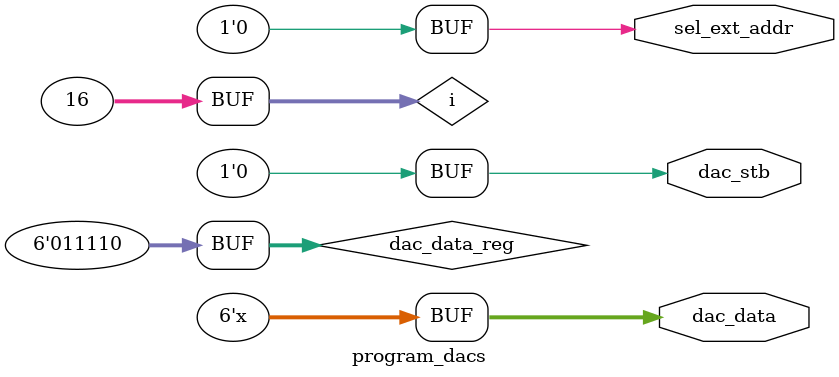
<source format=v>
`timescale 100ns/10ns

`define T_PROGRAM_DACS         120
`define T_LOAD_CONFIG_REG      300
`define T_READOUT             3060

module program_dacs (sel_ext_addr, dac_stb, dac_data);
	output sel_ext_addr;		// Select external address
	output dac_stb;			// DAC Strobe
	output [5:0] dac_data;		// DAC Data / Channel Address

	reg sel_ext_addr;
	reg dac_stb;
	reg [5:0] dac_data_reg;

	parameter dac_sign = 0;
	parameter dac_value = 30;

	integer i;

	assign dac_data = (sel_ext_addr ? dac_data_reg : 6'bzz_zzzz);

	initial begin
// We don't want external addressing for the time being.  Don't program the DAC now.
		sel_ext_addr = 1'b0;
		dac_stb = 1'b0;
		dac_data_reg = 6'b0_0000;

		// Wait for a specified time and program the DACs
		#`T_PROGRAM_DACS
		for (i=0; i<=15; i=i+1) begin
			// Load the channel address.
			#1
			sel_ext_addr = 1'b1;
			dac_data_reg = i;

			// Strobe it into the address latch.
			#1
			dac_stb = 1'b1;

			// Load the DAC setting.
			#1
			dac_data_reg[5] = dac_sign;
			dac_data_reg[4:0] = dac_value;

			// Strobe it into the DAC latch.
			#1
			dac_stb = 1'b0;

			// Disable external addressing.
			#1
			sel_ext_addr = 1'b0;
		end
	end
endmodule

</source>
